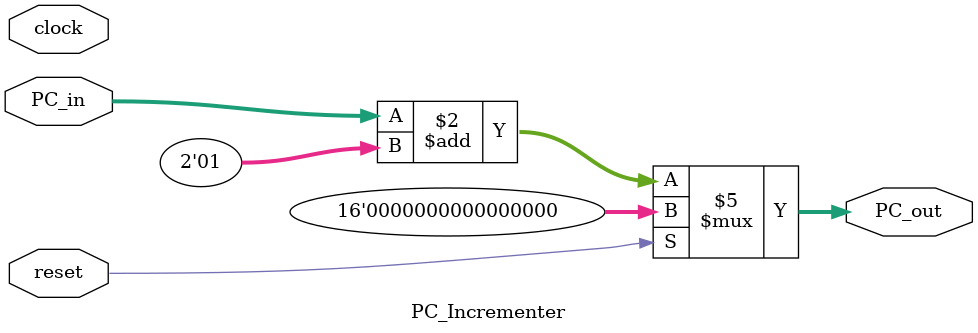
<source format=v>
module PC_Incrementer(PC_out, PC_in, reset, clock);

output reg [15:0] PC_out;
input [15:0] PC_in;
input reset, clock;

initial
begin
	PC_out <=16'b0;
end

always @(PC_in, reset)
begin
	if(reset)
		PC_out <= 16'b0;
	else
		PC_out <= PC_in + 2'b01;
end
endmodule
</source>
